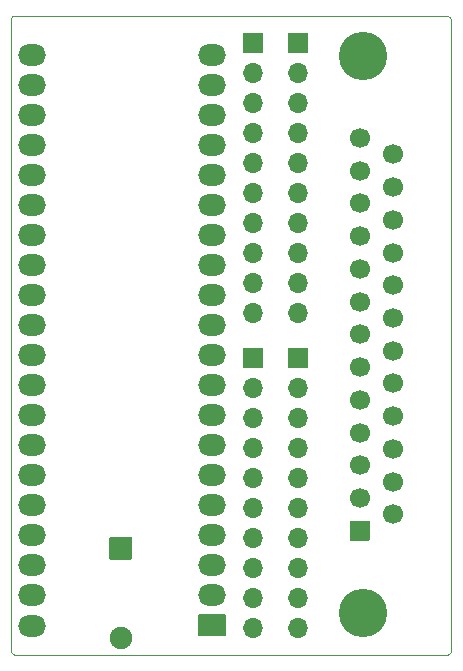
<source format=gts>
%TF.GenerationSoftware,KiCad,Pcbnew,(5.1.10-1-10_14)*%
%TF.CreationDate,2021-10-09T14:12:20-05:00*%
%TF.ProjectId,bluepill_scsi,626c7565-7069-46c6-9c5f-736373692e6b,rev?*%
%TF.SameCoordinates,Original*%
%TF.FileFunction,Soldermask,Top*%
%TF.FilePolarity,Negative*%
%FSLAX46Y46*%
G04 Gerber Fmt 4.6, Leading zero omitted, Abs format (unit mm)*
G04 Created by KiCad (PCBNEW (5.1.10-1-10_14)) date 2021-10-09 14:12:20*
%MOMM*%
%LPD*%
G01*
G04 APERTURE LIST*
%TA.AperFunction,Profile*%
%ADD10C,0.050000*%
%TD*%
%ADD11O,2.350000X1.827200*%
%ADD12O,1.700000X1.700000*%
%ADD13O,1.900000X1.900000*%
%ADD14C,1.700000*%
%ADD15C,4.100000*%
G04 APERTURE END LIST*
D10*
X125095000Y-149705000D02*
G75*
G02*
X124841000Y-149959000I-254000J0D01*
G01*
X88085000Y-149955000D02*
G75*
G02*
X87831000Y-149701000I0J254000D01*
G01*
X87835000Y-96139000D02*
G75*
G02*
X88089000Y-95885000I254000J0D01*
G01*
X124714000Y-95885000D02*
G75*
G02*
X125095000Y-96266000I0J-381000D01*
G01*
X124841000Y-149959000D02*
X88085000Y-149955000D01*
X124714000Y-95885000D02*
X88089000Y-95885000D01*
X125095000Y-149705000D02*
X125095000Y-96266000D01*
X87831000Y-149701000D02*
X87835000Y-96139000D01*
D11*
%TO.C,U1*%
X89595000Y-147515600D03*
X89595000Y-144924800D03*
X89595000Y-142384800D03*
X89595000Y-139844800D03*
X89595000Y-137304800D03*
X89595000Y-134764800D03*
X89595000Y-132224800D03*
X89595000Y-129684800D03*
X89595000Y-127144800D03*
X89595000Y-124604800D03*
X89595000Y-122064800D03*
X89595000Y-119524800D03*
X89595000Y-116984800D03*
X89595000Y-114444800D03*
X89595000Y-111904800D03*
X89595000Y-109364800D03*
X89595000Y-106824800D03*
X89595000Y-104284800D03*
X89595000Y-101744800D03*
X89595000Y-99204800D03*
X104835000Y-99204800D03*
X104835000Y-101744800D03*
X104835000Y-104284800D03*
X104835000Y-106824800D03*
X104835000Y-109364800D03*
X104835000Y-111904800D03*
X104835000Y-114444800D03*
X104835000Y-116984800D03*
X104835000Y-119524800D03*
X104835000Y-122064800D03*
X104835000Y-124604800D03*
X104835000Y-127144800D03*
X104835000Y-129684800D03*
X104835000Y-132224800D03*
X104835000Y-134764800D03*
X104835000Y-137304800D03*
X104835000Y-139844800D03*
X104835000Y-142384800D03*
X104835000Y-144924800D03*
G36*
G01*
X105960000Y-148378400D02*
X103710000Y-148378400D01*
G75*
G02*
X103660000Y-148328400I0J50000D01*
G01*
X103660000Y-146601200D01*
G75*
G02*
X103710000Y-146551200I50000J0D01*
G01*
X105960000Y-146551200D01*
G75*
G02*
X106010000Y-146601200I0J-50000D01*
G01*
X106010000Y-148328400D01*
G75*
G02*
X105960000Y-148378400I-50000J0D01*
G01*
G37*
%TD*%
%TO.C,RN1*%
G36*
G01*
X107515000Y-97325000D02*
X109115000Y-97325000D01*
G75*
G02*
X109165000Y-97375000I0J-50000D01*
G01*
X109165000Y-98975000D01*
G75*
G02*
X109115000Y-99025000I-50000J0D01*
G01*
X107515000Y-99025000D01*
G75*
G02*
X107465000Y-98975000I0J50000D01*
G01*
X107465000Y-97375000D01*
G75*
G02*
X107515000Y-97325000I50000J0D01*
G01*
G37*
D12*
X108315000Y-100715000D03*
X108315000Y-103255000D03*
X108315000Y-105795000D03*
X108315000Y-108335000D03*
X108315000Y-110875000D03*
X108315000Y-113415000D03*
X108315000Y-115955000D03*
X108315000Y-118495000D03*
X108315000Y-121035000D03*
%TD*%
%TO.C,RN2*%
G36*
G01*
X111325000Y-97325000D02*
X112925000Y-97325000D01*
G75*
G02*
X112975000Y-97375000I0J-50000D01*
G01*
X112975000Y-98975000D01*
G75*
G02*
X112925000Y-99025000I-50000J0D01*
G01*
X111325000Y-99025000D01*
G75*
G02*
X111275000Y-98975000I0J50000D01*
G01*
X111275000Y-97375000D01*
G75*
G02*
X111325000Y-97325000I50000J0D01*
G01*
G37*
X112125000Y-100715000D03*
X112125000Y-103255000D03*
X112125000Y-105795000D03*
X112125000Y-108335000D03*
X112125000Y-110875000D03*
X112125000Y-113415000D03*
X112125000Y-115955000D03*
X112125000Y-118495000D03*
X112125000Y-121035000D03*
%TD*%
%TO.C,RN3*%
X108315000Y-147705000D03*
X108315000Y-145165000D03*
X108315000Y-142625000D03*
X108315000Y-140085000D03*
X108315000Y-137545000D03*
X108315000Y-135005000D03*
X108315000Y-132465000D03*
X108315000Y-129925000D03*
X108315000Y-127385000D03*
G36*
G01*
X107515000Y-123995000D02*
X109115000Y-123995000D01*
G75*
G02*
X109165000Y-124045000I0J-50000D01*
G01*
X109165000Y-125645000D01*
G75*
G02*
X109115000Y-125695000I-50000J0D01*
G01*
X107515000Y-125695000D01*
G75*
G02*
X107465000Y-125645000I0J50000D01*
G01*
X107465000Y-124045000D01*
G75*
G02*
X107515000Y-123995000I50000J0D01*
G01*
G37*
%TD*%
%TO.C,RN4*%
X112125000Y-147705000D03*
X112125000Y-145165000D03*
X112125000Y-142625000D03*
X112125000Y-140085000D03*
X112125000Y-137545000D03*
X112125000Y-135005000D03*
X112125000Y-132465000D03*
X112125000Y-129925000D03*
X112125000Y-127385000D03*
G36*
G01*
X111325000Y-123995000D02*
X112925000Y-123995000D01*
G75*
G02*
X112975000Y-124045000I0J-50000D01*
G01*
X112975000Y-125645000D01*
G75*
G02*
X112925000Y-125695000I-50000J0D01*
G01*
X111325000Y-125695000D01*
G75*
G02*
X111275000Y-125645000I0J50000D01*
G01*
X111275000Y-124045000D01*
G75*
G02*
X111325000Y-123995000I50000J0D01*
G01*
G37*
%TD*%
%TO.C,D5*%
G36*
G01*
X96185000Y-140005000D02*
X97985000Y-140005000D01*
G75*
G02*
X98035000Y-140055000I0J-50000D01*
G01*
X98035000Y-141855000D01*
G75*
G02*
X97985000Y-141905000I-50000J0D01*
G01*
X96185000Y-141905000D01*
G75*
G02*
X96135000Y-141855000I0J50000D01*
G01*
X96135000Y-140055000D01*
G75*
G02*
X96185000Y-140005000I50000J0D01*
G01*
G37*
D13*
X97085000Y-148575000D03*
%TD*%
%TO.C,J2*%
G36*
G01*
X118135000Y-140305000D02*
X116535000Y-140305000D01*
G75*
G02*
X116485000Y-140255000I0J50000D01*
G01*
X116485000Y-138655000D01*
G75*
G02*
X116535000Y-138605000I50000J0D01*
G01*
X118135000Y-138605000D01*
G75*
G02*
X118185000Y-138655000I0J-50000D01*
G01*
X118185000Y-140255000D01*
G75*
G02*
X118135000Y-140305000I-50000J0D01*
G01*
G37*
D14*
X117335000Y-136685000D03*
X117335000Y-133915000D03*
X117335000Y-131145000D03*
X117335000Y-128375000D03*
X117335000Y-125605000D03*
X117335000Y-122835000D03*
X117335000Y-120065000D03*
X117335000Y-117295000D03*
X117335000Y-114525000D03*
X117335000Y-111755000D03*
X117335000Y-108985000D03*
X117335000Y-106215000D03*
X120175000Y-138070000D03*
X120175000Y-135300000D03*
X120175000Y-132530000D03*
X120175000Y-129760000D03*
X120175000Y-126990000D03*
X120175000Y-124220000D03*
X120175000Y-121450000D03*
X120175000Y-118680000D03*
X120175000Y-115910000D03*
X120175000Y-113140000D03*
X120175000Y-110370000D03*
X120175000Y-107600000D03*
D15*
X117635000Y-146385000D03*
X117635000Y-99285000D03*
%TD*%
M02*

</source>
